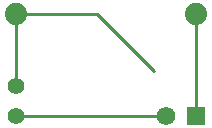
<source format=gtl>
G04 Layer: TopLayer*
G04 EasyEDA v6.5.29, 2023-07-06 22:17:37*
G04 882b4aaf0a294fdcb651e88f1b3ab0e0,cc60af95848b4e47b89df648a6ada5ad,10*
G04 Gerber Generator version 0.2*
G04 Scale: 100 percent, Rotated: No, Reflected: No *
G04 Dimensions in millimeters *
G04 leading zeros omitted , absolute positions ,4 integer and 5 decimal *
%FSLAX45Y45*%
%MOMM*%

%ADD10C,0.2540*%
%ADD11R,1.5748X1.5748*%
%ADD12C,1.5748*%
%ADD13C,1.4000*%
%ADD14C,1.8796*%

%LPD*%
D10*
X977900Y7874000D02*
G01*
X1663700Y7874000D01*
X2146300Y7391400D01*
X977900Y7874000D02*
G01*
X977900Y7264400D01*
X2501900Y7874000D02*
G01*
X2501900Y7010400D01*
X977900Y7010400D02*
G01*
X2247900Y7010400D01*
D11*
G01*
X2501900Y7010400D03*
D12*
G01*
X2247900Y7010400D03*
D13*
G01*
X977900Y7264400D03*
G01*
X977900Y7010400D03*
D14*
G01*
X977900Y7874000D03*
G01*
X2501900Y7874000D03*
M02*

</source>
